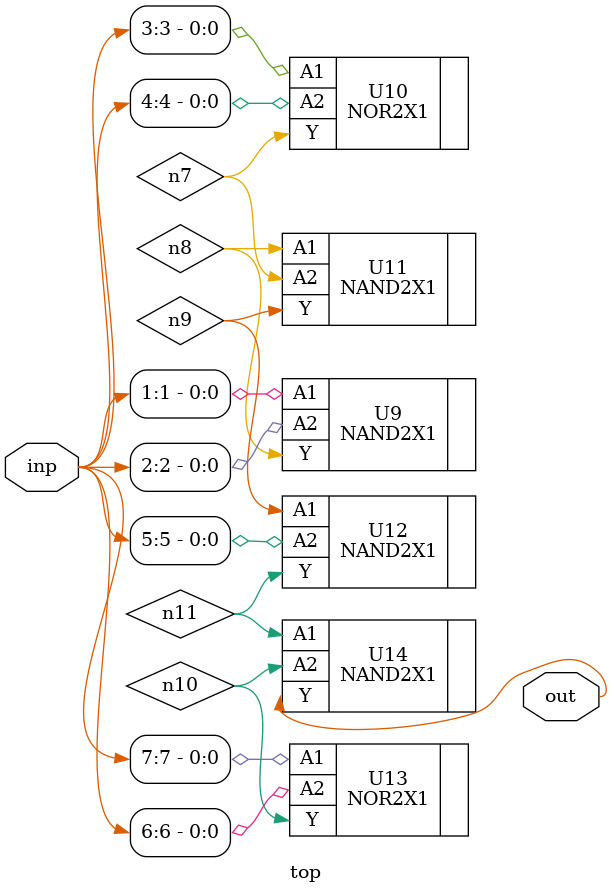
<source format=sv>


module top ( inp, out );
  input [7:0] inp;
  output out;
  wire   n7, n8, n9, n10, n11;

  NAND2X1 U9 ( .A1(inp[1]), .A2(inp[2]), .Y(n8) );
  NOR2X1 U10 ( .A1(inp[3]), .A2(inp[4]), .Y(n7) );
  NAND2X1 U11 ( .A1(n8), .A2(n7), .Y(n9) );
  NAND2X1 U12 ( .A1(n9), .A2(inp[5]), .Y(n11) );
  NOR2X1 U13 ( .A1(inp[7]), .A2(inp[6]), .Y(n10) );
  NAND2X1 U14 ( .A1(n11), .A2(n10), .Y(out) );
endmodule


</source>
